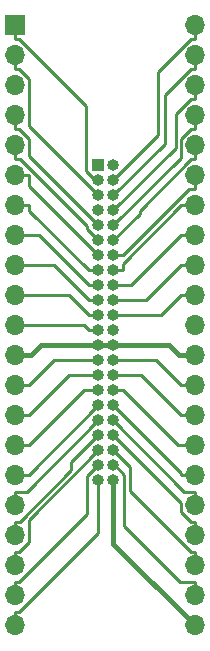
<source format=gbr>
%TF.GenerationSoftware,KiCad,Pcbnew,(6.0.1)*%
%TF.CreationDate,2022-07-30T21:00:21-07:00*%
%TF.ProjectId,M27C322-to-KM23C32000AG-adapter,4d323743-3332-4322-9d74-6f2d4b4d3233,rev?*%
%TF.SameCoordinates,Original*%
%TF.FileFunction,Copper,L2,Bot*%
%TF.FilePolarity,Positive*%
%FSLAX46Y46*%
G04 Gerber Fmt 4.6, Leading zero omitted, Abs format (unit mm)*
G04 Created by KiCad (PCBNEW (6.0.1)) date 2022-07-30 21:00:21*
%MOMM*%
%LPD*%
G01*
G04 APERTURE LIST*
%TA.AperFunction,ComponentPad*%
%ADD10R,1.000000X1.000000*%
%TD*%
%TA.AperFunction,ComponentPad*%
%ADD11O,1.000000X1.000000*%
%TD*%
%TA.AperFunction,ComponentPad*%
%ADD12R,1.700000X1.700000*%
%TD*%
%TA.AperFunction,ComponentPad*%
%ADD13O,1.700000X1.700000*%
%TD*%
%TA.AperFunction,Conductor*%
%ADD14C,0.250000*%
%TD*%
%TA.AperFunction,Conductor*%
%ADD15C,0.400000*%
%TD*%
G04 APERTURE END LIST*
D10*
%TO.P,U1,1,NC*%
%TO.N,unconnected-(U1-Pad1)*%
X143890000Y-67360000D03*
D11*
%TO.P,U1,44,A20*%
%TO.N,/A20*%
X145160000Y-67360000D03*
%TO.P,U1,2,A18*%
%TO.N,/A18*%
X143890000Y-68630000D03*
%TO.P,U1,43,A19*%
%TO.N,/A19*%
X145160000Y-68630000D03*
%TO.P,U1,3,A17*%
%TO.N,/A17*%
X143890000Y-69900000D03*
%TO.P,U1,42,A8*%
%TO.N,/A8*%
X145160000Y-69900000D03*
%TO.P,U1,4,A7*%
%TO.N,/A7*%
X143890000Y-71170000D03*
%TO.P,U1,41,A9*%
%TO.N,/A9*%
X145160000Y-71170000D03*
%TO.P,U1,5,A6*%
%TO.N,/A6*%
X143890000Y-72440000D03*
%TO.P,U1,40,A10*%
%TO.N,/A10*%
X145160000Y-72440000D03*
%TO.P,U1,6,A5*%
%TO.N,/A5*%
X143890000Y-73710000D03*
%TO.P,U1,39,A11*%
%TO.N,/A11*%
X145160000Y-73710000D03*
%TO.P,U1,7,A4*%
%TO.N,/A4*%
X143890000Y-74980000D03*
%TO.P,U1,38,A12*%
%TO.N,/A12*%
X145160000Y-74980000D03*
%TO.P,U1,8,A3*%
%TO.N,/A3*%
X143890000Y-76250000D03*
%TO.P,U1,37,A13*%
%TO.N,/A13*%
X145160000Y-76250000D03*
%TO.P,U1,9,A2*%
%TO.N,/A2*%
X143890000Y-77520000D03*
%TO.P,U1,36,A14*%
%TO.N,/A14*%
X145160000Y-77520000D03*
%TO.P,U1,10,A1*%
%TO.N,/A1*%
X143890000Y-78790000D03*
%TO.P,U1,35,A15*%
%TO.N,/A15*%
X145160000Y-78790000D03*
%TO.P,U1,11,A0*%
%TO.N,/A0*%
X143890000Y-80060000D03*
%TO.P,U1,34,A16*%
%TO.N,/A16*%
X145160000Y-80060000D03*
%TO.P,U1,12,~{E}*%
%TO.N,/~{CE}*%
X143890000Y-81330000D03*
%TO.P,U1,33,BHE*%
%TO.N,unconnected-(U1-Pad33)*%
X145160000Y-81330000D03*
%TO.P,U1,13,GND*%
%TO.N,/VSS*%
X143890000Y-82600000D03*
%TO.P,U1,32,GND*%
X145160000Y-82600000D03*
%TO.P,U1,14,~{GVPP}*%
%TO.N,/~{OE}*%
X143890000Y-83870000D03*
%TO.P,U1,31,D15*%
%TO.N,/D15*%
X145160000Y-83870000D03*
%TO.P,U1,15,D0*%
%TO.N,/D0*%
X143890000Y-85140000D03*
%TO.P,U1,30,D7*%
%TO.N,/D7*%
X145160000Y-85140000D03*
%TO.P,U1,16,D8*%
%TO.N,/D8*%
X143890000Y-86410000D03*
%TO.P,U1,29,D14*%
%TO.N,/D14*%
X145160000Y-86410000D03*
%TO.P,U1,17,D1*%
%TO.N,/D1*%
X143890000Y-87680000D03*
%TO.P,U1,28,D6*%
%TO.N,/D6*%
X145160000Y-87680000D03*
%TO.P,U1,18,D9*%
%TO.N,/D9*%
X143890000Y-88950000D03*
%TO.P,U1,27,D13*%
%TO.N,/D13*%
X145160000Y-88950000D03*
%TO.P,U1,19,D2*%
%TO.N,/D2*%
X143890000Y-90220000D03*
%TO.P,U1,26,D5*%
%TO.N,/D5*%
X145160000Y-90220000D03*
%TO.P,U1,20,D10*%
%TO.N,/D10*%
X143890000Y-91490000D03*
%TO.P,U1,25,D12*%
%TO.N,/D12*%
X145160000Y-91490000D03*
%TO.P,U1,21,D3*%
%TO.N,/D3*%
X143890000Y-92760000D03*
%TO.P,U1,24,D4*%
%TO.N,/D4*%
X145160000Y-92760000D03*
%TO.P,U1,22,D11*%
%TO.N,/D11*%
X143890000Y-94030000D03*
%TO.P,U1,23,VCC*%
%TO.N,/VCC*%
X145160000Y-94030000D03*
%TD*%
D12*
%TO.P,U2,1,A18*%
%TO.N,/A18*%
X136842000Y-55508000D03*
D13*
%TO.P,U2,2,A17*%
%TO.N,/A17*%
X136842000Y-58048000D03*
%TO.P,U2,3,A7*%
%TO.N,/A7*%
X136842000Y-60588000D03*
%TO.P,U2,4,A6*%
%TO.N,/A6*%
X136842000Y-63128000D03*
%TO.P,U2,5,A5*%
%TO.N,/A5*%
X136842000Y-65668000D03*
%TO.P,U2,6,A4*%
%TO.N,/A4*%
X136842000Y-68208000D03*
%TO.P,U2,7,A3*%
%TO.N,/A3*%
X136842000Y-70748000D03*
%TO.P,U2,8,A2*%
%TO.N,/A2*%
X136842000Y-73288000D03*
%TO.P,U2,9,A1*%
%TO.N,/A1*%
X136842000Y-75828000D03*
%TO.P,U2,10,A0*%
%TO.N,/A0*%
X136842000Y-78368000D03*
%TO.P,U2,11,~{E}*%
%TO.N,/~{CE}*%
X136842000Y-80908000D03*
%TO.P,U2,12,GND*%
%TO.N,/VSS*%
X136842000Y-83448000D03*
%TO.P,U2,13,~{GVPP}*%
%TO.N,/~{OE}*%
X136842000Y-85988000D03*
%TO.P,U2,14,D0*%
%TO.N,/D0*%
X136842000Y-88528000D03*
%TO.P,U2,15,D8*%
%TO.N,/D8*%
X136842000Y-91068000D03*
%TO.P,U2,16,D1*%
%TO.N,/D1*%
X136842000Y-93608000D03*
%TO.P,U2,17,D9*%
%TO.N,/D9*%
X136842000Y-96148000D03*
%TO.P,U2,18,D2*%
%TO.N,/D2*%
X136842000Y-98688000D03*
%TO.P,U2,19,D10*%
%TO.N,/D10*%
X136842000Y-101228000D03*
%TO.P,U2,20,D3*%
%TO.N,/D3*%
X136842000Y-103768000D03*
%TO.P,U2,21,D11*%
%TO.N,/D11*%
X136842000Y-106308000D03*
%TO.P,U2,22,VCC*%
%TO.N,/VCC*%
X152082000Y-106308000D03*
%TO.P,U2,23,D4*%
%TO.N,/D4*%
X152082000Y-103768000D03*
%TO.P,U2,24,D12*%
%TO.N,/D12*%
X152082000Y-101228000D03*
%TO.P,U2,25,D5*%
%TO.N,/D5*%
X152082000Y-98688000D03*
%TO.P,U2,26,D13*%
%TO.N,/D13*%
X152082000Y-96148000D03*
%TO.P,U2,27,D6*%
%TO.N,/D6*%
X152082000Y-93608000D03*
%TO.P,U2,28,D14*%
%TO.N,/D14*%
X152082000Y-91068000D03*
%TO.P,U2,29,D7*%
%TO.N,/D7*%
X152082000Y-88528000D03*
%TO.P,U2,30,D15*%
%TO.N,/D15*%
X152082000Y-85988000D03*
%TO.P,U2,31,GND*%
%TO.N,/VSS*%
X152082000Y-83448000D03*
%TO.P,U2,32,A20*%
%TO.N,/A20*%
X152082000Y-80908000D03*
%TO.P,U2,33,A16*%
%TO.N,/A16*%
X152082000Y-78368000D03*
%TO.P,U2,34,A15*%
%TO.N,/A15*%
X152082000Y-75828000D03*
%TO.P,U2,35,A14*%
%TO.N,/A14*%
X152082000Y-73288000D03*
%TO.P,U2,36,A13*%
%TO.N,/A13*%
X152082000Y-70748000D03*
%TO.P,U2,37,A12*%
%TO.N,/A12*%
X152082000Y-68208000D03*
%TO.P,U2,38,A11*%
%TO.N,/A11*%
X152082000Y-65668000D03*
%TO.P,U2,39,A10*%
%TO.N,/A10*%
X152082000Y-63128000D03*
%TO.P,U2,40,A9*%
%TO.N,/A9*%
X152082000Y-60588000D03*
%TO.P,U2,41,A8*%
%TO.N,/A8*%
X152082000Y-58048000D03*
%TO.P,U2,42,A19*%
%TO.N,/A19*%
X152082000Y-55508000D03*
%TD*%
D14*
%TO.N,/D4*%
X145300200Y-92760000D02*
X145160000Y-92760000D01*
X146095200Y-93555000D02*
X145300200Y-92760000D01*
X146095200Y-97865200D02*
X146095200Y-93555000D01*
X150822900Y-102592900D02*
X146095200Y-97865200D01*
X152082000Y-102592900D02*
X150822900Y-102592900D01*
X152082000Y-103768000D02*
X152082000Y-102592900D01*
%TO.N,/A17*%
X138017100Y-60030900D02*
X138017100Y-64027100D01*
X137209300Y-59223100D02*
X138017100Y-60030900D01*
X136842000Y-58048000D02*
X136842000Y-59223100D01*
X136842000Y-59223100D02*
X137209300Y-59223100D01*
X138017100Y-64027100D02*
X143890000Y-69900000D01*
%TO.N,/D2*%
X136842000Y-97512900D02*
X137230400Y-97512900D01*
X136842000Y-98688000D02*
X136842000Y-97512900D01*
X137230400Y-97512900D02*
X141616600Y-93126700D01*
X141616600Y-93126700D02*
X141616600Y-92493400D01*
X141616600Y-92493400D02*
X143890000Y-90220000D01*
%TO.N,/D9*%
X136842000Y-96148000D02*
X136842000Y-94972900D01*
X136842000Y-94972900D02*
X137867100Y-94972900D01*
X137867100Y-94972900D02*
X143890000Y-88950000D01*
%TO.N,/A6*%
X136842000Y-63128000D02*
X136842000Y-64303100D01*
X138017100Y-66567100D02*
X143890000Y-72440000D01*
X136842000Y-64303100D02*
X137209300Y-64303100D01*
X138017100Y-65110900D02*
X138017100Y-66567100D01*
X137209300Y-64303100D02*
X138017100Y-65110900D01*
%TO.N,/A8*%
X152082000Y-58048000D02*
X152082000Y-59223100D01*
X149556600Y-65503400D02*
X145160000Y-69900000D01*
X149556600Y-61386100D02*
X149556600Y-65503400D01*
X151719600Y-59223100D02*
X149556600Y-61386100D01*
X152082000Y-59223100D02*
X151719600Y-59223100D01*
%TO.N,/A9*%
X152082000Y-60588000D02*
X152082000Y-61763100D01*
X150456800Y-65873200D02*
X145160000Y-71170000D01*
X150456800Y-63016900D02*
X150456800Y-65873200D01*
X151710600Y-61763100D02*
X150456800Y-63016900D01*
X152082000Y-61763100D02*
X151710600Y-61763100D01*
%TO.N,/A10*%
X150906900Y-66693100D02*
X145160000Y-72440000D01*
X150906900Y-65110900D02*
X150906900Y-66693100D01*
X151714700Y-64303100D02*
X150906900Y-65110900D01*
X152082000Y-64303100D02*
X151714700Y-64303100D01*
X152082000Y-63128000D02*
X152082000Y-64303100D01*
%TO.N,/A11*%
X147391400Y-71478600D02*
X145160000Y-73710000D01*
X147391400Y-71181600D02*
X147391400Y-71478600D01*
X151729900Y-66843100D02*
X147391400Y-71181600D01*
X152082000Y-66843100D02*
X151729900Y-66843100D01*
X152082000Y-65668000D02*
X152082000Y-66843100D01*
%TO.N,/A12*%
X151582000Y-69383100D02*
X145985100Y-74980000D01*
X152082000Y-69383100D02*
X151582000Y-69383100D01*
X145160000Y-74980000D02*
X145985100Y-74980000D01*
X152082000Y-68208000D02*
X152082000Y-69383100D01*
%TO.N,/A13*%
X145985100Y-75669800D02*
X145985100Y-76250000D01*
X150906900Y-70748000D02*
X145985100Y-75669800D01*
X152082000Y-70748000D02*
X150906900Y-70748000D01*
X145160000Y-76250000D02*
X145985100Y-76250000D01*
%TO.N,/A14*%
X146674900Y-77520000D02*
X145160000Y-77520000D01*
X150906900Y-73288000D02*
X146674900Y-77520000D01*
X152082000Y-73288000D02*
X150906900Y-73288000D01*
%TO.N,/A15*%
X147944900Y-78790000D02*
X145160000Y-78790000D01*
X150906900Y-75828000D02*
X147944900Y-78790000D01*
X152082000Y-75828000D02*
X150906900Y-75828000D01*
%TO.N,/A16*%
X149214900Y-80060000D02*
X145160000Y-80060000D01*
X150906900Y-78368000D02*
X149214900Y-80060000D01*
X152082000Y-78368000D02*
X150906900Y-78368000D01*
%TO.N,/D15*%
X148788900Y-83870000D02*
X145160000Y-83870000D01*
X150906900Y-85988000D02*
X148788900Y-83870000D01*
X152082000Y-85988000D02*
X150906900Y-85988000D01*
%TO.N,/D7*%
X147518900Y-85140000D02*
X145160000Y-85140000D01*
X150906900Y-88528000D02*
X147518900Y-85140000D01*
X152082000Y-88528000D02*
X150906900Y-88528000D01*
%TO.N,/D14*%
X150643100Y-91068000D02*
X145985100Y-86410000D01*
X152082000Y-91068000D02*
X150643100Y-91068000D01*
X145160000Y-86410000D02*
X145985100Y-86410000D01*
%TO.N,/D6*%
X150906900Y-93426900D02*
X145160000Y-87680000D01*
X150906900Y-93608000D02*
X150906900Y-93426900D01*
X152082000Y-93608000D02*
X150906900Y-93608000D01*
%TO.N,/D13*%
X151182900Y-94972900D02*
X145160000Y-88950000D01*
X152082000Y-94972900D02*
X151182900Y-94972900D01*
X152082000Y-96148000D02*
X152082000Y-94972900D01*
%TO.N,/D5*%
X150906900Y-95966900D02*
X145160000Y-90220000D01*
X150906900Y-96705100D02*
X150906900Y-95966900D01*
X151714700Y-97512900D02*
X150906900Y-96705100D01*
X152082000Y-97512900D02*
X151714700Y-97512900D01*
X152082000Y-98688000D02*
X152082000Y-97512900D01*
%TO.N,/D12*%
X152082000Y-101228000D02*
X152082000Y-100052900D01*
X146545300Y-92875300D02*
X145160000Y-91490000D01*
X146545300Y-94883400D02*
X146545300Y-92875300D01*
X151714800Y-100052900D02*
X146545300Y-94883400D01*
X152082000Y-100052900D02*
X151714800Y-100052900D01*
%TO.N,/D11*%
X143890000Y-98452100D02*
X143890000Y-94030000D01*
X137209200Y-105132900D02*
X143890000Y-98452100D01*
X136842000Y-105132900D02*
X137209200Y-105132900D01*
X136842000Y-106308000D02*
X136842000Y-105132900D01*
%TO.N,/D3*%
X142954900Y-93695100D02*
X143890000Y-92760000D01*
X142954900Y-96847200D02*
X142954900Y-93695100D01*
X137209200Y-102592900D02*
X142954900Y-96847200D01*
X136842000Y-102592900D02*
X137209200Y-102592900D01*
X136842000Y-103768000D02*
X136842000Y-102592900D01*
%TO.N,/D10*%
X138017100Y-97362900D02*
X143890000Y-91490000D01*
X138017100Y-99249800D02*
X138017100Y-97362900D01*
X137214000Y-100052900D02*
X138017100Y-99249800D01*
X136842000Y-100052900D02*
X137214000Y-100052900D01*
X136842000Y-101228000D02*
X136842000Y-100052900D01*
%TO.N,/D1*%
X138017100Y-93552900D02*
X143890000Y-87680000D01*
X138017100Y-93608000D02*
X138017100Y-93552900D01*
X136842000Y-93608000D02*
X138017100Y-93608000D01*
%TO.N,/D8*%
X142675100Y-86410000D02*
X143890000Y-86410000D01*
X138017100Y-91068000D02*
X142675100Y-86410000D01*
X136842000Y-91068000D02*
X138017100Y-91068000D01*
%TO.N,/D0*%
X141405100Y-85140000D02*
X143890000Y-85140000D01*
X138017100Y-88528000D02*
X141405100Y-85140000D01*
X136842000Y-88528000D02*
X138017100Y-88528000D01*
%TO.N,/~{OE}*%
X140135100Y-83870000D02*
X143890000Y-83870000D01*
X138017100Y-85988000D02*
X140135100Y-83870000D01*
X136842000Y-85988000D02*
X138017100Y-85988000D01*
%TO.N,/~{CE}*%
X142642900Y-80908000D02*
X143064900Y-81330000D01*
X136842000Y-80908000D02*
X142642900Y-80908000D01*
X143890000Y-81330000D02*
X143064900Y-81330000D01*
%TO.N,/A0*%
X143890000Y-80060000D02*
X143064900Y-80060000D01*
X141372900Y-78368000D02*
X143064900Y-80060000D01*
X136842000Y-78368000D02*
X141372900Y-78368000D01*
%TO.N,/A1*%
X140102900Y-75828000D02*
X143064900Y-78790000D01*
X136842000Y-75828000D02*
X140102900Y-75828000D01*
X143890000Y-78790000D02*
X143064900Y-78790000D01*
%TO.N,/A2*%
X138832900Y-73288000D02*
X143064900Y-77520000D01*
X136842000Y-73288000D02*
X138832900Y-73288000D01*
X143890000Y-77520000D02*
X143064900Y-77520000D01*
%TO.N,/A3*%
X138017100Y-71202200D02*
X143064900Y-76250000D01*
X138017100Y-70748000D02*
X138017100Y-71202200D01*
X143890000Y-76250000D02*
X143064900Y-76250000D01*
X136842000Y-70748000D02*
X138017100Y-70748000D01*
%TO.N,/A4*%
X138017100Y-69107100D02*
X143890000Y-74980000D01*
X138017100Y-68208000D02*
X138017100Y-69107100D01*
X136842000Y-68208000D02*
X138017100Y-68208000D01*
%TO.N,/A5*%
X142954900Y-72774900D02*
X143890000Y-73710000D01*
X142954900Y-72495400D02*
X142954900Y-72774900D01*
X137302600Y-66843100D02*
X142954900Y-72495400D01*
X136842000Y-66843100D02*
X137302600Y-66843100D01*
X136842000Y-65668000D02*
X136842000Y-66843100D01*
%TO.N,/A18*%
X143652400Y-68630000D02*
X143890000Y-68630000D01*
X142811900Y-67789500D02*
X143652400Y-68630000D01*
X142811900Y-62285800D02*
X142811900Y-67789500D01*
X137209200Y-56683100D02*
X142811900Y-62285800D01*
X136842000Y-56683100D02*
X137209200Y-56683100D01*
X136842000Y-55508000D02*
X136842000Y-56683100D01*
D15*
%TO.N,/VCC*%
X145160000Y-99386000D02*
X145160000Y-94030000D01*
X152082000Y-106308000D02*
X145160000Y-99386000D01*
%TO.N,/VSS*%
X152082000Y-83448000D02*
X150731900Y-83448000D01*
X139040100Y-82600000D02*
X143890000Y-82600000D01*
X138192100Y-83448000D02*
X139040100Y-82600000D01*
X136842000Y-83448000D02*
X138192100Y-83448000D01*
X149883900Y-82600000D02*
X145160000Y-82600000D01*
X150731900Y-83448000D02*
X149883900Y-82600000D01*
X145160000Y-82600000D02*
X143890000Y-82600000D01*
D14*
%TO.N,/A19*%
X152082000Y-55508000D02*
X152082000Y-56683100D01*
X148980000Y-64810000D02*
X145160000Y-68630000D01*
X148980000Y-59417800D02*
X148980000Y-64810000D01*
X151714700Y-56683100D02*
X148980000Y-59417800D01*
X152082000Y-56683100D02*
X151714700Y-56683100D01*
%TD*%
M02*

</source>
